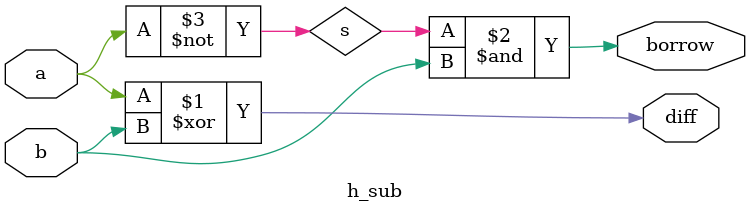
<source format=v>
module h_sub (a,b, diff, borrow);
  
  input a,b;
  wire s;
  output diff, borrow;  
  
  xor g1(diff, a, b);
  not g2(s,a);
  and g3(borrow, s, b);
  
endmodule
  

</source>
